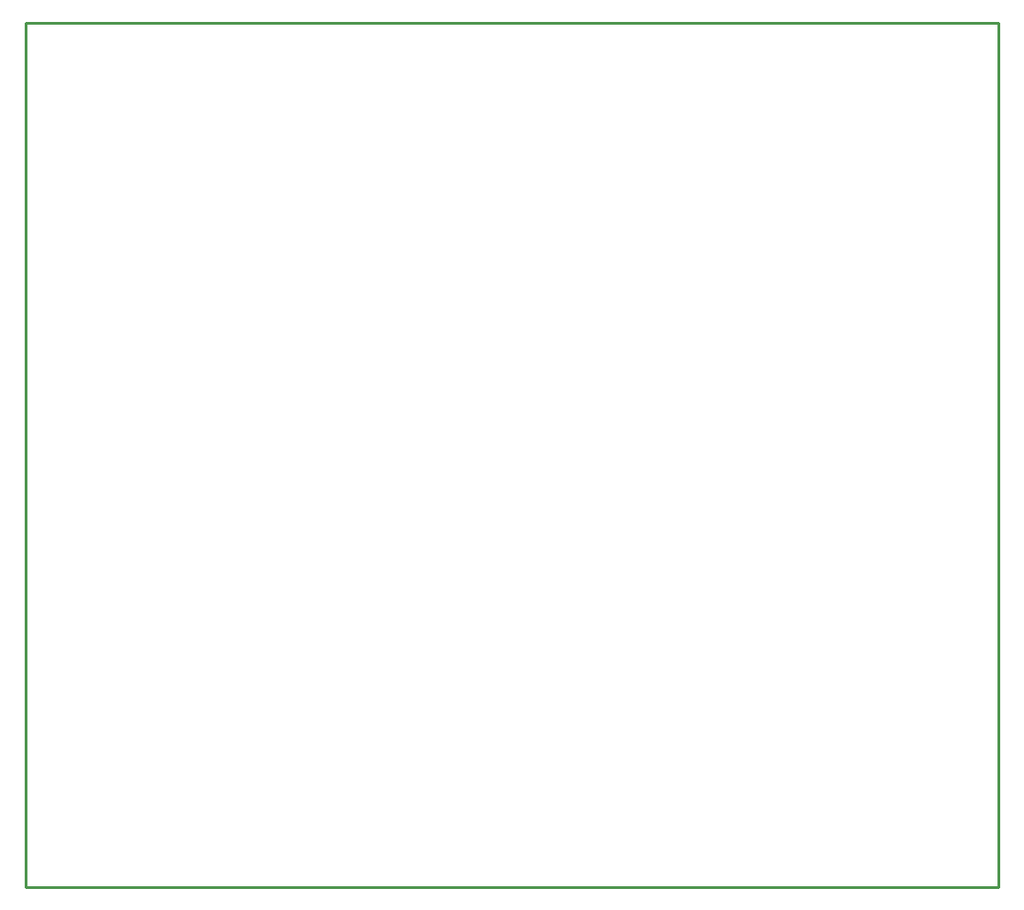
<source format=gbr>
G04 EAGLE Gerber RS-274X export*
G75*
%MOMM*%
%FSLAX34Y34*%
%LPD*%
%IN*%
%IPPOS*%
%AMOC8*
5,1,8,0,0,1.08239X$1,22.5*%
G01*
%ADD10C,0.254000*%


D10*
X0Y0D02*
X900000Y0D01*
X900000Y800000D01*
X0Y800000D01*
X0Y0D01*
M02*

</source>
